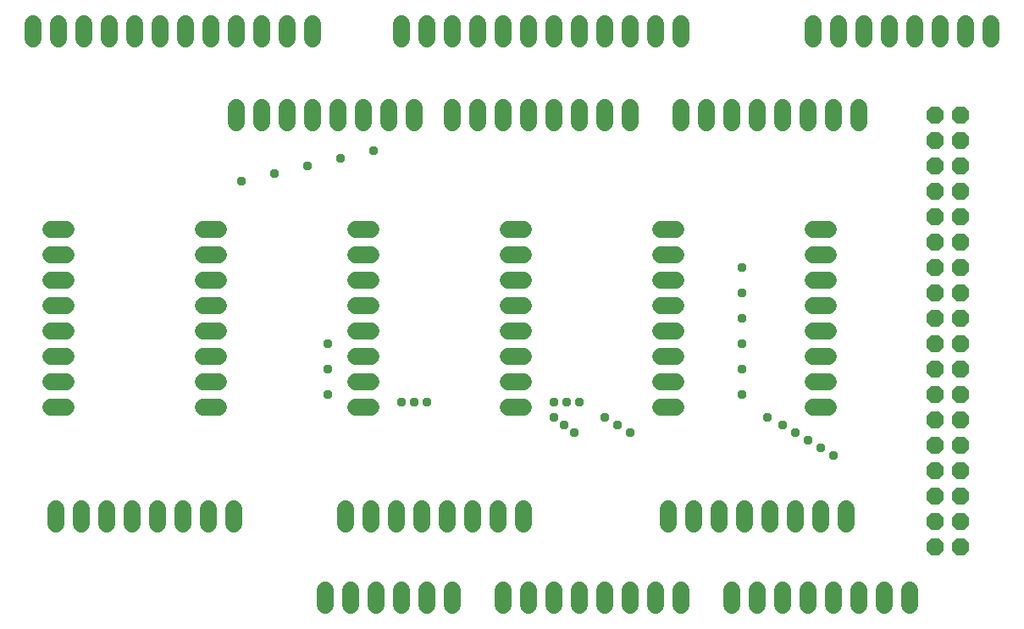
<source format=gbr>
G04 EAGLE Gerber RS-274X export*
G75*
%MOMM*%
%FSLAX34Y34*%
%LPD*%
%INSoldermask Bottom*%
%IPPOS*%
%AMOC8*
5,1,8,0,0,1.08239X$1,22.5*%
G01*
%ADD10C,1.727200*%
%ADD11P,1.869504X8X292.500000*%
%ADD12C,0.959600*%


D10*
X393700Y17780D02*
X393700Y33020D01*
X419100Y33020D02*
X419100Y17780D01*
X444500Y17780D02*
X444500Y33020D01*
X469900Y33020D02*
X469900Y17780D01*
X495300Y17780D02*
X495300Y33020D01*
X520700Y33020D02*
X520700Y17780D01*
X571500Y17780D02*
X571500Y33020D01*
X596900Y33020D02*
X596900Y17780D01*
X622300Y17780D02*
X622300Y33020D01*
X647700Y33020D02*
X647700Y17780D01*
X673100Y17780D02*
X673100Y33020D01*
X698500Y33020D02*
X698500Y17780D01*
X723900Y17780D02*
X723900Y33020D01*
X749300Y33020D02*
X749300Y17780D01*
X800100Y17780D02*
X800100Y33020D01*
X825500Y33020D02*
X825500Y17780D01*
X850900Y17780D02*
X850900Y33020D01*
X876300Y33020D02*
X876300Y17780D01*
X901700Y17780D02*
X901700Y33020D01*
X927100Y33020D02*
X927100Y17780D01*
X952500Y17780D02*
X952500Y33020D01*
X977900Y33020D02*
X977900Y17780D01*
X927100Y500380D02*
X927100Y515620D01*
X901700Y515620D02*
X901700Y500380D01*
X876300Y500380D02*
X876300Y515620D01*
X850900Y515620D02*
X850900Y500380D01*
X825500Y500380D02*
X825500Y515620D01*
X800100Y515620D02*
X800100Y500380D01*
X774700Y500380D02*
X774700Y515620D01*
X749300Y515620D02*
X749300Y500380D01*
X698500Y500380D02*
X698500Y515620D01*
X673100Y515620D02*
X673100Y500380D01*
X647700Y500380D02*
X647700Y515620D01*
X622300Y515620D02*
X622300Y500380D01*
X596900Y500380D02*
X596900Y515620D01*
X571500Y515620D02*
X571500Y500380D01*
X546100Y500380D02*
X546100Y515620D01*
X520700Y515620D02*
X520700Y500380D01*
X482600Y500380D02*
X482600Y515620D01*
X457200Y515620D02*
X457200Y500380D01*
X431800Y500380D02*
X431800Y515620D01*
X406400Y515620D02*
X406400Y500380D01*
X381000Y500380D02*
X381000Y515620D01*
X355600Y515620D02*
X355600Y500380D01*
X330200Y500380D02*
X330200Y515620D01*
X304800Y515620D02*
X304800Y500380D01*
D11*
X1003300Y508000D03*
X1028700Y508000D03*
X1003300Y482600D03*
X1028700Y482600D03*
X1003300Y457200D03*
X1028700Y457200D03*
X1003300Y431800D03*
X1028700Y431800D03*
X1003300Y406400D03*
X1028700Y406400D03*
X1003300Y381000D03*
X1028700Y381000D03*
X1003300Y355600D03*
X1028700Y355600D03*
X1003300Y330200D03*
X1028700Y330200D03*
X1003300Y304800D03*
X1028700Y304800D03*
X1003300Y279400D03*
X1028700Y279400D03*
X1003300Y254000D03*
X1028700Y254000D03*
X1003300Y228600D03*
X1028700Y228600D03*
X1003300Y203200D03*
X1028700Y203200D03*
X1003300Y177800D03*
X1028700Y177800D03*
X1003300Y152400D03*
X1028700Y152400D03*
X1003300Y127000D03*
X1028700Y127000D03*
X1003300Y101600D03*
X1028700Y101600D03*
X1003300Y76200D03*
X1028700Y76200D03*
D10*
X896620Y215900D02*
X881380Y215900D01*
X881380Y241300D02*
X896620Y241300D01*
X896620Y266700D02*
X881380Y266700D01*
X881380Y292100D02*
X896620Y292100D01*
X896620Y317500D02*
X881380Y317500D01*
X881380Y342900D02*
X896620Y342900D01*
X896620Y368300D02*
X881380Y368300D01*
X881380Y393700D02*
X896620Y393700D01*
X744220Y215900D02*
X728980Y215900D01*
X728980Y241300D02*
X744220Y241300D01*
X744220Y266700D02*
X728980Y266700D01*
X728980Y292100D02*
X744220Y292100D01*
X744220Y317500D02*
X728980Y317500D01*
X728980Y342900D02*
X744220Y342900D01*
X744220Y368300D02*
X728980Y368300D01*
X728980Y393700D02*
X744220Y393700D01*
X591820Y215900D02*
X576580Y215900D01*
X576580Y241300D02*
X591820Y241300D01*
X591820Y266700D02*
X576580Y266700D01*
X576580Y292100D02*
X591820Y292100D01*
X591820Y317500D02*
X576580Y317500D01*
X576580Y342900D02*
X591820Y342900D01*
X591820Y368300D02*
X576580Y368300D01*
X576580Y393700D02*
X591820Y393700D01*
X439420Y215900D02*
X424180Y215900D01*
X424180Y241300D02*
X439420Y241300D01*
X439420Y266700D02*
X424180Y266700D01*
X424180Y292100D02*
X439420Y292100D01*
X439420Y317500D02*
X424180Y317500D01*
X424180Y342900D02*
X439420Y342900D01*
X439420Y368300D02*
X424180Y368300D01*
X424180Y393700D02*
X439420Y393700D01*
X287020Y215900D02*
X271780Y215900D01*
X271780Y241300D02*
X287020Y241300D01*
X287020Y266700D02*
X271780Y266700D01*
X271780Y292100D02*
X287020Y292100D01*
X287020Y317500D02*
X271780Y317500D01*
X271780Y342900D02*
X287020Y342900D01*
X287020Y368300D02*
X271780Y368300D01*
X271780Y393700D02*
X287020Y393700D01*
X134620Y215900D02*
X119380Y215900D01*
X119380Y241300D02*
X134620Y241300D01*
X134620Y266700D02*
X119380Y266700D01*
X119380Y292100D02*
X134620Y292100D01*
X134620Y317500D02*
X119380Y317500D01*
X119380Y342900D02*
X134620Y342900D01*
X134620Y368300D02*
X119380Y368300D01*
X119380Y393700D02*
X134620Y393700D01*
X736600Y114300D02*
X736600Y99060D01*
X762000Y99060D02*
X762000Y114300D01*
X787400Y114300D02*
X787400Y99060D01*
X812800Y99060D02*
X812800Y114300D01*
X838200Y114300D02*
X838200Y99060D01*
X863600Y99060D02*
X863600Y114300D01*
X889000Y114300D02*
X889000Y99060D01*
X914400Y99060D02*
X914400Y114300D01*
X414020Y114300D02*
X414020Y99060D01*
X439420Y99060D02*
X439420Y114300D01*
X464820Y114300D02*
X464820Y99060D01*
X490220Y99060D02*
X490220Y114300D01*
X515620Y114300D02*
X515620Y99060D01*
X541020Y99060D02*
X541020Y114300D01*
X566420Y114300D02*
X566420Y99060D01*
X591820Y99060D02*
X591820Y114300D01*
X124460Y114300D02*
X124460Y99060D01*
X149860Y99060D02*
X149860Y114300D01*
X175260Y114300D02*
X175260Y99060D01*
X200660Y99060D02*
X200660Y114300D01*
X226060Y114300D02*
X226060Y99060D01*
X251460Y99060D02*
X251460Y114300D01*
X276860Y114300D02*
X276860Y99060D01*
X302260Y99060D02*
X302260Y114300D01*
X881380Y584200D02*
X881380Y599440D01*
X906780Y599440D02*
X906780Y584200D01*
X932180Y584200D02*
X932180Y599440D01*
X957580Y599440D02*
X957580Y584200D01*
X982980Y584200D02*
X982980Y599440D01*
X1008380Y599440D02*
X1008380Y584200D01*
X1033780Y584200D02*
X1033780Y599440D01*
X1059180Y599440D02*
X1059180Y584200D01*
X749300Y584200D02*
X749300Y599440D01*
X723900Y599440D02*
X723900Y584200D01*
X698500Y584200D02*
X698500Y599440D01*
X673100Y599440D02*
X673100Y584200D01*
X647700Y584200D02*
X647700Y599440D01*
X622300Y599440D02*
X622300Y584200D01*
X596900Y584200D02*
X596900Y599440D01*
X571500Y599440D02*
X571500Y584200D01*
X546100Y584200D02*
X546100Y599440D01*
X520700Y599440D02*
X520700Y584200D01*
X495300Y584200D02*
X495300Y599440D01*
X469900Y599440D02*
X469900Y584200D01*
X381000Y584200D02*
X381000Y599440D01*
X355600Y599440D02*
X355600Y584200D01*
X330200Y584200D02*
X330200Y599440D01*
X304800Y599440D02*
X304800Y584200D01*
X279400Y584200D02*
X279400Y599440D01*
X254000Y599440D02*
X254000Y584200D01*
X228600Y584200D02*
X228600Y599440D01*
X203200Y599440D02*
X203200Y584200D01*
X177800Y584200D02*
X177800Y599440D01*
X152400Y599440D02*
X152400Y584200D01*
X127000Y584200D02*
X127000Y599440D01*
X101600Y599440D02*
X101600Y584200D01*
D12*
X901700Y167640D03*
X622300Y220980D03*
X889076Y175184D03*
X635000Y220980D03*
X647700Y220980D03*
X876148Y183032D03*
X469900Y220980D03*
X642620Y190500D03*
X698500Y190500D03*
X863752Y190348D03*
X622300Y205740D03*
X495300Y220980D03*
X835660Y205740D03*
X673100Y205740D03*
X482600Y220980D03*
X632460Y198120D03*
X685800Y198120D03*
X850976Y198044D03*
X810260Y228600D03*
X396240Y228600D03*
X396240Y254000D03*
X810260Y254000D03*
X396240Y279400D03*
X810260Y279400D03*
X810260Y304800D03*
X810260Y330200D03*
X810260Y355600D03*
X441960Y472440D03*
X408940Y464820D03*
X375920Y457200D03*
X342900Y449580D03*
X309880Y441960D03*
M02*

</source>
